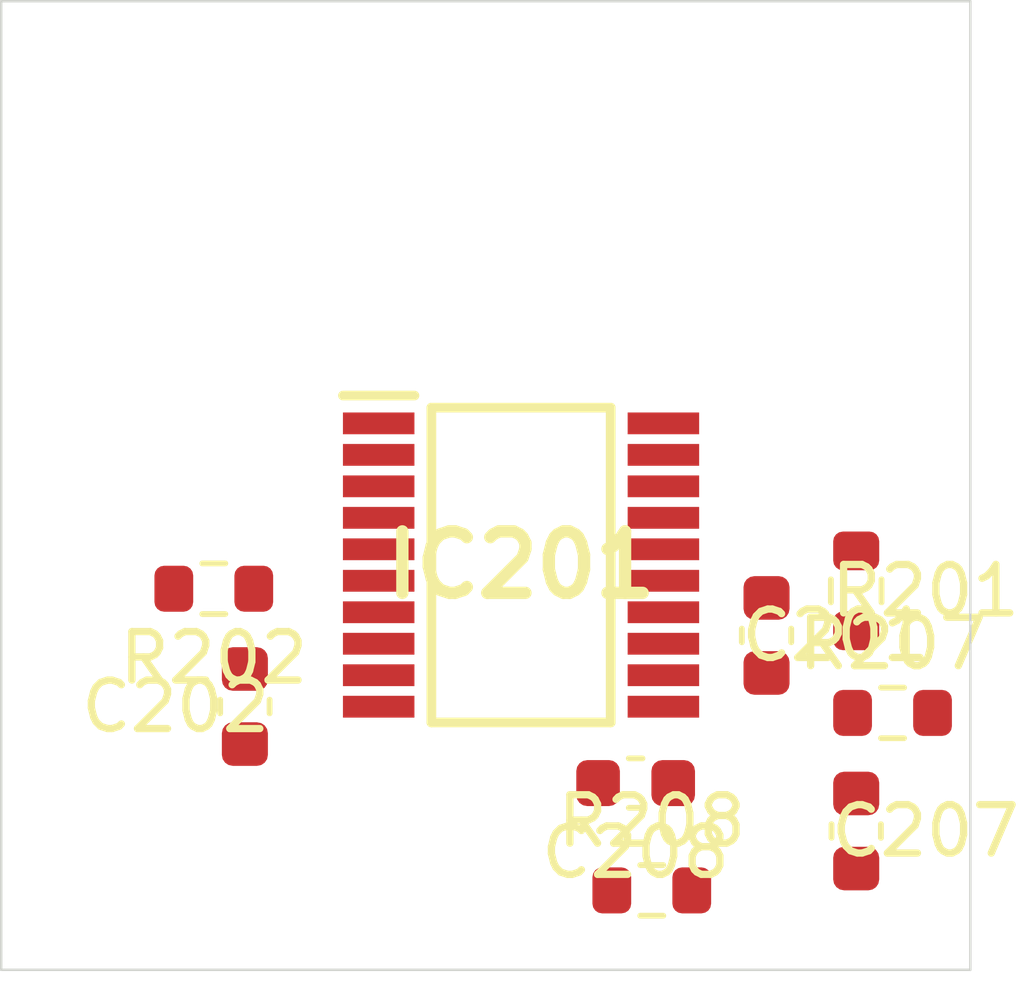
<source format=kicad_pcb>
 ( kicad_pcb  ( version 20171130 )
 ( host pcbnew 5.1.12-84ad8e8a86~92~ubuntu18.04.1 )
 ( general  ( thickness 1.6 )
 ( drawings 4 )
 ( tracks 0 )
 ( zones 0 )
 ( modules 9 )
 ( nets 19 )
)
 ( page A4 )
 ( layers  ( 0 F.Cu signal )
 ( 31 B.Cu signal )
 ( 32 B.Adhes user )
 ( 33 F.Adhes user )
 ( 34 B.Paste user )
 ( 35 F.Paste user )
 ( 36 B.SilkS user )
 ( 37 F.SilkS user )
 ( 38 B.Mask user )
 ( 39 F.Mask user )
 ( 40 Dwgs.User user )
 ( 41 Cmts.User user )
 ( 42 Eco1.User user )
 ( 43 Eco2.User user )
 ( 44 Edge.Cuts user )
 ( 45 Margin user )
 ( 46 B.CrtYd user )
 ( 47 F.CrtYd user )
 ( 48 B.Fab user )
 ( 49 F.Fab user )
)
 ( setup  ( last_trace_width 0.25 )
 ( trace_clearance 0.2 )
 ( zone_clearance 0.508 )
 ( zone_45_only no )
 ( trace_min 0.2 )
 ( via_size 0.8 )
 ( via_drill 0.4 )
 ( via_min_size 0.4 )
 ( via_min_drill 0.3 )
 ( uvia_size 0.3 )
 ( uvia_drill 0.1 )
 ( uvias_allowed no )
 ( uvia_min_size 0.2 )
 ( uvia_min_drill 0.1 )
 ( edge_width 0.05 )
 ( segment_width 0.2 )
 ( pcb_text_width 0.3 )
 ( pcb_text_size 1.5 1.5 )
 ( mod_edge_width 0.12 )
 ( mod_text_size 1 1 )
 ( mod_text_width 0.15 )
 ( pad_size 1.524 1.524 )
 ( pad_drill 0.762 )
 ( pad_to_mask_clearance 0 )
 ( aux_axis_origin 0 0 )
 ( visible_elements FFFFFF7F )
 ( pcbplotparams  ( layerselection 0x010fc_ffffffff )
 ( usegerberextensions false )
 ( usegerberattributes true )
 ( usegerberadvancedattributes true )
 ( creategerberjobfile true )
 ( excludeedgelayer true )
 ( linewidth 0.100000 )
 ( plotframeref false )
 ( viasonmask false )
 ( mode 1 )
 ( useauxorigin false )
 ( hpglpennumber 1 )
 ( hpglpenspeed 20 )
 ( hpglpendiameter 15.000000 )
 ( psnegative false )
 ( psa4output false )
 ( plotreference true )
 ( plotvalue true )
 ( plotinvisibletext false )
 ( padsonsilk false )
 ( subtractmaskfromsilk false )
 ( outputformat 1 )
 ( mirror false )
 ( drillshape 1 )
 ( scaleselection 1 )
 ( outputdirectory "" )
)
)
 ( net 0 "" )
 ( net 1 GND )
 ( net 2 /Sheet6235D886/ch0 )
 ( net 3 /Sheet6235D886/ch1 )
 ( net 4 /Sheet6235D886/ch2 )
 ( net 5 /Sheet6235D886/ch3 )
 ( net 6 /Sheet6235D886/ch4 )
 ( net 7 /Sheet6235D886/ch5 )
 ( net 8 /Sheet6235D886/ch6 )
 ( net 9 /Sheet6235D886/ch7 )
 ( net 10 VDD )
 ( net 11 VDDA )
 ( net 12 /Sheet6235D886/adc_csn )
 ( net 13 /Sheet6235D886/adc_sck )
 ( net 14 /Sheet6235D886/adc_sdi )
 ( net 15 /Sheet6235D886/adc_sdo )
 ( net 16 /Sheet6235D886/vp )
 ( net 17 /Sheet6248AD22/chn0 )
 ( net 18 /Sheet6248AD22/chn3 )
 ( net_class Default "This is the default net class."  ( clearance 0.2 )
 ( trace_width 0.25 )
 ( via_dia 0.8 )
 ( via_drill 0.4 )
 ( uvia_dia 0.3 )
 ( uvia_drill 0.1 )
 ( add_net /Sheet6235D886/adc_csn )
 ( add_net /Sheet6235D886/adc_sck )
 ( add_net /Sheet6235D886/adc_sdi )
 ( add_net /Sheet6235D886/adc_sdo )
 ( add_net /Sheet6235D886/ch0 )
 ( add_net /Sheet6235D886/ch1 )
 ( add_net /Sheet6235D886/ch2 )
 ( add_net /Sheet6235D886/ch3 )
 ( add_net /Sheet6235D886/ch4 )
 ( add_net /Sheet6235D886/ch5 )
 ( add_net /Sheet6235D886/ch6 )
 ( add_net /Sheet6235D886/ch7 )
 ( add_net /Sheet6235D886/vp )
 ( add_net /Sheet6248AD22/chn0 )
 ( add_net /Sheet6248AD22/chn3 )
 ( add_net GND )
 ( add_net VDD )
 ( add_net VDDA )
)
 ( module Capacitor_SMD:C_0603_1608Metric  ( layer F.Cu )
 ( tedit 5F68FEEE )
 ( tstamp 6234222D )
 ( at 95.794273 113.095546 270.000000 )
 ( descr "Capacitor SMD 0603 (1608 Metric), square (rectangular) end terminal, IPC_7351 nominal, (Body size source: IPC-SM-782 page 76, https://www.pcb-3d.com/wordpress/wp-content/uploads/ipc-sm-782a_amendment_1_and_2.pdf), generated with kicad-footprint-generator" )
 ( tags capacitor )
 ( path /6235D887/623691C5 )
 ( attr smd )
 ( fp_text reference C201  ( at 0 -1.43 )
 ( layer F.SilkS )
 ( effects  ( font  ( size 1 1 )
 ( thickness 0.15 )
)
)
)
 ( fp_text value 0.1uF  ( at 0 1.43 )
 ( layer F.Fab )
 ( effects  ( font  ( size 1 1 )
 ( thickness 0.15 )
)
)
)
 ( fp_line  ( start -0.8 0.4 )
 ( end -0.8 -0.4 )
 ( layer F.Fab )
 ( width 0.1 )
)
 ( fp_line  ( start -0.8 -0.4 )
 ( end 0.8 -0.4 )
 ( layer F.Fab )
 ( width 0.1 )
)
 ( fp_line  ( start 0.8 -0.4 )
 ( end 0.8 0.4 )
 ( layer F.Fab )
 ( width 0.1 )
)
 ( fp_line  ( start 0.8 0.4 )
 ( end -0.8 0.4 )
 ( layer F.Fab )
 ( width 0.1 )
)
 ( fp_line  ( start -0.14058 -0.51 )
 ( end 0.14058 -0.51 )
 ( layer F.SilkS )
 ( width 0.12 )
)
 ( fp_line  ( start -0.14058 0.51 )
 ( end 0.14058 0.51 )
 ( layer F.SilkS )
 ( width 0.12 )
)
 ( fp_line  ( start -1.48 0.73 )
 ( end -1.48 -0.73 )
 ( layer F.CrtYd )
 ( width 0.05 )
)
 ( fp_line  ( start -1.48 -0.73 )
 ( end 1.48 -0.73 )
 ( layer F.CrtYd )
 ( width 0.05 )
)
 ( fp_line  ( start 1.48 -0.73 )
 ( end 1.48 0.73 )
 ( layer F.CrtYd )
 ( width 0.05 )
)
 ( fp_line  ( start 1.48 0.73 )
 ( end -1.48 0.73 )
 ( layer F.CrtYd )
 ( width 0.05 )
)
 ( fp_text user %R  ( at 0 0 )
 ( layer F.Fab )
 ( effects  ( font  ( size 0.4 0.4 )
 ( thickness 0.06 )
)
)
)
 ( pad 2 smd roundrect  ( at 0.775 0 270.000000 )
 ( size 0.9 0.95 )
 ( layers F.Cu F.Mask F.Paste )
 ( roundrect_rratio 0.25 )
 ( net 1 GND )
)
 ( pad 1 smd roundrect  ( at -0.775 0 270.000000 )
 ( size 0.9 0.95 )
 ( layers F.Cu F.Mask F.Paste )
 ( roundrect_rratio 0.25 )
 ( net 2 /Sheet6235D886/ch0 )
)
 ( model ${KISYS3DMOD}/Capacitor_SMD.3dshapes/C_0603_1608Metric.wrl  ( at  ( xyz 0 0 0 )
)
 ( scale  ( xyz 1 1 1 )
)
 ( rotate  ( xyz 0 0 0 )
)
)
)
 ( module Capacitor_SMD:C_0603_1608Metric  ( layer F.Cu )
 ( tedit 5F68FEEE )
 ( tstamp 6234223E )
 ( at 85.028848 114.563452 90.000000 )
 ( descr "Capacitor SMD 0603 (1608 Metric), square (rectangular) end terminal, IPC_7351 nominal, (Body size source: IPC-SM-782 page 76, https://www.pcb-3d.com/wordpress/wp-content/uploads/ipc-sm-782a_amendment_1_and_2.pdf), generated with kicad-footprint-generator" )
 ( tags capacitor )
 ( path /6235D887/62369EE0 )
 ( attr smd )
 ( fp_text reference C202  ( at 0 -1.43 )
 ( layer F.SilkS )
 ( effects  ( font  ( size 1 1 )
 ( thickness 0.15 )
)
)
)
 ( fp_text value 0.1uF  ( at 0 1.43 )
 ( layer F.Fab )
 ( effects  ( font  ( size 1 1 )
 ( thickness 0.15 )
)
)
)
 ( fp_line  ( start 1.48 0.73 )
 ( end -1.48 0.73 )
 ( layer F.CrtYd )
 ( width 0.05 )
)
 ( fp_line  ( start 1.48 -0.73 )
 ( end 1.48 0.73 )
 ( layer F.CrtYd )
 ( width 0.05 )
)
 ( fp_line  ( start -1.48 -0.73 )
 ( end 1.48 -0.73 )
 ( layer F.CrtYd )
 ( width 0.05 )
)
 ( fp_line  ( start -1.48 0.73 )
 ( end -1.48 -0.73 )
 ( layer F.CrtYd )
 ( width 0.05 )
)
 ( fp_line  ( start -0.14058 0.51 )
 ( end 0.14058 0.51 )
 ( layer F.SilkS )
 ( width 0.12 )
)
 ( fp_line  ( start -0.14058 -0.51 )
 ( end 0.14058 -0.51 )
 ( layer F.SilkS )
 ( width 0.12 )
)
 ( fp_line  ( start 0.8 0.4 )
 ( end -0.8 0.4 )
 ( layer F.Fab )
 ( width 0.1 )
)
 ( fp_line  ( start 0.8 -0.4 )
 ( end 0.8 0.4 )
 ( layer F.Fab )
 ( width 0.1 )
)
 ( fp_line  ( start -0.8 -0.4 )
 ( end 0.8 -0.4 )
 ( layer F.Fab )
 ( width 0.1 )
)
 ( fp_line  ( start -0.8 0.4 )
 ( end -0.8 -0.4 )
 ( layer F.Fab )
 ( width 0.1 )
)
 ( fp_text user %R  ( at 0 0 )
 ( layer F.Fab )
 ( effects  ( font  ( size 0.4 0.4 )
 ( thickness 0.06 )
)
)
)
 ( pad 1 smd roundrect  ( at -0.775 0 90.000000 )
 ( size 0.9 0.95 )
 ( layers F.Cu F.Mask F.Paste )
 ( roundrect_rratio 0.25 )
 ( net 1 GND )
)
 ( pad 2 smd roundrect  ( at 0.775 0 90.000000 )
 ( size 0.9 0.95 )
 ( layers F.Cu F.Mask F.Paste )
 ( roundrect_rratio 0.25 )
 ( net 3 /Sheet6235D886/ch1 )
)
 ( model ${KISYS3DMOD}/Capacitor_SMD.3dshapes/C_0603_1608Metric.wrl  ( at  ( xyz 0 0 0 )
)
 ( scale  ( xyz 1 1 1 )
)
 ( rotate  ( xyz 0 0 0 )
)
)
)
 ( module Capacitor_SMD:C_0603_1608Metric  ( layer F.Cu )
 ( tedit 5F68FEEE )
 ( tstamp 62342293 )
 ( at 97.645000 117.133815 270.000000 )
 ( descr "Capacitor SMD 0603 (1608 Metric), square (rectangular) end terminal, IPC_7351 nominal, (Body size source: IPC-SM-782 page 76, https://www.pcb-3d.com/wordpress/wp-content/uploads/ipc-sm-782a_amendment_1_and_2.pdf), generated with kicad-footprint-generator" )
 ( tags capacitor )
 ( path /6235D887/6238B3FE )
 ( attr smd )
 ( fp_text reference C207  ( at 0 -1.43 )
 ( layer F.SilkS )
 ( effects  ( font  ( size 1 1 )
 ( thickness 0.15 )
)
)
)
 ( fp_text value 0.1uF  ( at 0 1.43 )
 ( layer F.Fab )
 ( effects  ( font  ( size 1 1 )
 ( thickness 0.15 )
)
)
)
 ( fp_line  ( start -0.8 0.4 )
 ( end -0.8 -0.4 )
 ( layer F.Fab )
 ( width 0.1 )
)
 ( fp_line  ( start -0.8 -0.4 )
 ( end 0.8 -0.4 )
 ( layer F.Fab )
 ( width 0.1 )
)
 ( fp_line  ( start 0.8 -0.4 )
 ( end 0.8 0.4 )
 ( layer F.Fab )
 ( width 0.1 )
)
 ( fp_line  ( start 0.8 0.4 )
 ( end -0.8 0.4 )
 ( layer F.Fab )
 ( width 0.1 )
)
 ( fp_line  ( start -0.14058 -0.51 )
 ( end 0.14058 -0.51 )
 ( layer F.SilkS )
 ( width 0.12 )
)
 ( fp_line  ( start -0.14058 0.51 )
 ( end 0.14058 0.51 )
 ( layer F.SilkS )
 ( width 0.12 )
)
 ( fp_line  ( start -1.48 0.73 )
 ( end -1.48 -0.73 )
 ( layer F.CrtYd )
 ( width 0.05 )
)
 ( fp_line  ( start -1.48 -0.73 )
 ( end 1.48 -0.73 )
 ( layer F.CrtYd )
 ( width 0.05 )
)
 ( fp_line  ( start 1.48 -0.73 )
 ( end 1.48 0.73 )
 ( layer F.CrtYd )
 ( width 0.05 )
)
 ( fp_line  ( start 1.48 0.73 )
 ( end -1.48 0.73 )
 ( layer F.CrtYd )
 ( width 0.05 )
)
 ( fp_text user %R  ( at 0 0 )
 ( layer F.Fab )
 ( effects  ( font  ( size 0.4 0.4 )
 ( thickness 0.06 )
)
)
)
 ( pad 2 smd roundrect  ( at 0.775 0 270.000000 )
 ( size 0.9 0.95 )
 ( layers F.Cu F.Mask F.Paste )
 ( roundrect_rratio 0.25 )
 ( net 1 GND )
)
 ( pad 1 smd roundrect  ( at -0.775 0 270.000000 )
 ( size 0.9 0.95 )
 ( layers F.Cu F.Mask F.Paste )
 ( roundrect_rratio 0.25 )
 ( net 8 /Sheet6235D886/ch6 )
)
 ( model ${KISYS3DMOD}/Capacitor_SMD.3dshapes/C_0603_1608Metric.wrl  ( at  ( xyz 0 0 0 )
)
 ( scale  ( xyz 1 1 1 )
)
 ( rotate  ( xyz 0 0 0 )
)
)
)
 ( module Capacitor_SMD:C_0603_1608Metric  ( layer F.Cu )
 ( tedit 5F68FEEE )
 ( tstamp 623422A4 )
 ( at 93.093188 116.144098 180.000000 )
 ( descr "Capacitor SMD 0603 (1608 Metric), square (rectangular) end terminal, IPC_7351 nominal, (Body size source: IPC-SM-782 page 76, https://www.pcb-3d.com/wordpress/wp-content/uploads/ipc-sm-782a_amendment_1_and_2.pdf), generated with kicad-footprint-generator" )
 ( tags capacitor )
 ( path /6235D887/6238B404 )
 ( attr smd )
 ( fp_text reference C208  ( at 0 -1.43 )
 ( layer F.SilkS )
 ( effects  ( font  ( size 1 1 )
 ( thickness 0.15 )
)
)
)
 ( fp_text value 0.1uF  ( at 0 1.43 )
 ( layer F.Fab )
 ( effects  ( font  ( size 1 1 )
 ( thickness 0.15 )
)
)
)
 ( fp_line  ( start 1.48 0.73 )
 ( end -1.48 0.73 )
 ( layer F.CrtYd )
 ( width 0.05 )
)
 ( fp_line  ( start 1.48 -0.73 )
 ( end 1.48 0.73 )
 ( layer F.CrtYd )
 ( width 0.05 )
)
 ( fp_line  ( start -1.48 -0.73 )
 ( end 1.48 -0.73 )
 ( layer F.CrtYd )
 ( width 0.05 )
)
 ( fp_line  ( start -1.48 0.73 )
 ( end -1.48 -0.73 )
 ( layer F.CrtYd )
 ( width 0.05 )
)
 ( fp_line  ( start -0.14058 0.51 )
 ( end 0.14058 0.51 )
 ( layer F.SilkS )
 ( width 0.12 )
)
 ( fp_line  ( start -0.14058 -0.51 )
 ( end 0.14058 -0.51 )
 ( layer F.SilkS )
 ( width 0.12 )
)
 ( fp_line  ( start 0.8 0.4 )
 ( end -0.8 0.4 )
 ( layer F.Fab )
 ( width 0.1 )
)
 ( fp_line  ( start 0.8 -0.4 )
 ( end 0.8 0.4 )
 ( layer F.Fab )
 ( width 0.1 )
)
 ( fp_line  ( start -0.8 -0.4 )
 ( end 0.8 -0.4 )
 ( layer F.Fab )
 ( width 0.1 )
)
 ( fp_line  ( start -0.8 0.4 )
 ( end -0.8 -0.4 )
 ( layer F.Fab )
 ( width 0.1 )
)
 ( fp_text user %R  ( at 0 0 )
 ( layer F.Fab )
 ( effects  ( font  ( size 0.4 0.4 )
 ( thickness 0.06 )
)
)
)
 ( pad 1 smd roundrect  ( at -0.775 0 180.000000 )
 ( size 0.9 0.95 )
 ( layers F.Cu F.Mask F.Paste )
 ( roundrect_rratio 0.25 )
 ( net 1 GND )
)
 ( pad 2 smd roundrect  ( at 0.775 0 180.000000 )
 ( size 0.9 0.95 )
 ( layers F.Cu F.Mask F.Paste )
 ( roundrect_rratio 0.25 )
 ( net 9 /Sheet6235D886/ch7 )
)
 ( model ${KISYS3DMOD}/Capacitor_SMD.3dshapes/C_0603_1608Metric.wrl  ( at  ( xyz 0 0 0 )
)
 ( scale  ( xyz 1 1 1 )
)
 ( rotate  ( xyz 0 0 0 )
)
)
)
 ( module MCP3564R-E_ST:SOP65P640X120-20N locked  ( layer F.Cu )
 ( tedit 623351C2 )
 ( tstamp 623423D6 )
 ( at 90.728000 111.642000 )
 ( descr "20-Lead Plastic Thin Shrink Small Outline (ST) - 4.4mm body [TSSOP]" )
 ( tags "Integrated Circuit" )
 ( path /6235D887/6235E071 )
 ( attr smd )
 ( fp_text reference IC201  ( at 0 0 )
 ( layer F.SilkS )
 ( effects  ( font  ( size 1.27 1.27 )
 ( thickness 0.254 )
)
)
)
 ( fp_text value MCP3564R-E_ST  ( at 0 0 )
 ( layer F.SilkS )
hide  ( effects  ( font  ( size 1.27 1.27 )
 ( thickness 0.254 )
)
)
)
 ( fp_line  ( start -3.925 -3.55 )
 ( end 3.925 -3.55 )
 ( layer Dwgs.User )
 ( width 0.05 )
)
 ( fp_line  ( start 3.925 -3.55 )
 ( end 3.925 3.55 )
 ( layer Dwgs.User )
 ( width 0.05 )
)
 ( fp_line  ( start 3.925 3.55 )
 ( end -3.925 3.55 )
 ( layer Dwgs.User )
 ( width 0.05 )
)
 ( fp_line  ( start -3.925 3.55 )
 ( end -3.925 -3.55 )
 ( layer Dwgs.User )
 ( width 0.05 )
)
 ( fp_line  ( start -2.2 -3.25 )
 ( end 2.2 -3.25 )
 ( layer Dwgs.User )
 ( width 0.1 )
)
 ( fp_line  ( start 2.2 -3.25 )
 ( end 2.2 3.25 )
 ( layer Dwgs.User )
 ( width 0.1 )
)
 ( fp_line  ( start 2.2 3.25 )
 ( end -2.2 3.25 )
 ( layer Dwgs.User )
 ( width 0.1 )
)
 ( fp_line  ( start -2.2 3.25 )
 ( end -2.2 -3.25 )
 ( layer Dwgs.User )
 ( width 0.1 )
)
 ( fp_line  ( start -2.2 -2.6 )
 ( end -1.55 -3.25 )
 ( layer Dwgs.User )
 ( width 0.1 )
)
 ( fp_line  ( start -1.85 -3.25 )
 ( end 1.85 -3.25 )
 ( layer F.SilkS )
 ( width 0.2 )
)
 ( fp_line  ( start 1.85 -3.25 )
 ( end 1.85 3.25 )
 ( layer F.SilkS )
 ( width 0.2 )
)
 ( fp_line  ( start 1.85 3.25 )
 ( end -1.85 3.25 )
 ( layer F.SilkS )
 ( width 0.2 )
)
 ( fp_line  ( start -1.85 3.25 )
 ( end -1.85 -3.25 )
 ( layer F.SilkS )
 ( width 0.2 )
)
 ( fp_line  ( start -3.675 -3.5 )
 ( end -2.2 -3.5 )
 ( layer F.SilkS )
 ( width 0.2 )
)
 ( pad 1 smd rect  ( at -2.938 -2.925 90.000000 )
 ( size 0.45 1.475 )
 ( layers F.Cu F.Mask F.Paste )
 ( net 11 VDDA )
)
 ( pad 2 smd rect  ( at -2.938 -2.275 90.000000 )
 ( size 0.45 1.475 )
 ( layers F.Cu F.Mask F.Paste )
 ( net 1 GND )
)
 ( pad 3 smd rect  ( at -2.938 -1.625 90.000000 )
 ( size 0.45 1.475 )
 ( layers F.Cu F.Mask F.Paste )
 ( net 1 GND )
)
 ( pad 4 smd rect  ( at -2.938 -0.975 90.000000 )
 ( size 0.45 1.475 )
 ( layers F.Cu F.Mask F.Paste )
)
 ( pad 5 smd rect  ( at -2.938 -0.325 90.000000 )
 ( size 0.45 1.475 )
 ( layers F.Cu F.Mask F.Paste )
 ( net 2 /Sheet6235D886/ch0 )
)
 ( pad 6 smd rect  ( at -2.938 0.325 90.000000 )
 ( size 0.45 1.475 )
 ( layers F.Cu F.Mask F.Paste )
 ( net 3 /Sheet6235D886/ch1 )
)
 ( pad 7 smd rect  ( at -2.938 0.975 90.000000 )
 ( size 0.45 1.475 )
 ( layers F.Cu F.Mask F.Paste )
 ( net 4 /Sheet6235D886/ch2 )
)
 ( pad 8 smd rect  ( at -2.938 1.625 90.000000 )
 ( size 0.45 1.475 )
 ( layers F.Cu F.Mask F.Paste )
 ( net 5 /Sheet6235D886/ch3 )
)
 ( pad 9 smd rect  ( at -2.938 2.275 90.000000 )
 ( size 0.45 1.475 )
 ( layers F.Cu F.Mask F.Paste )
 ( net 6 /Sheet6235D886/ch4 )
)
 ( pad 10 smd rect  ( at -2.938 2.925 90.000000 )
 ( size 0.45 1.475 )
 ( layers F.Cu F.Mask F.Paste )
 ( net 7 /Sheet6235D886/ch5 )
)
 ( pad 11 smd rect  ( at 2.938 2.925 90.000000 )
 ( size 0.45 1.475 )
 ( layers F.Cu F.Mask F.Paste )
 ( net 8 /Sheet6235D886/ch6 )
)
 ( pad 12 smd rect  ( at 2.938 2.275 90.000000 )
 ( size 0.45 1.475 )
 ( layers F.Cu F.Mask F.Paste )
 ( net 9 /Sheet6235D886/ch7 )
)
 ( pad 13 smd rect  ( at 2.938 1.625 90.000000 )
 ( size 0.45 1.475 )
 ( layers F.Cu F.Mask F.Paste )
 ( net 12 /Sheet6235D886/adc_csn )
)
 ( pad 14 smd rect  ( at 2.938 0.975 90.000000 )
 ( size 0.45 1.475 )
 ( layers F.Cu F.Mask F.Paste )
 ( net 13 /Sheet6235D886/adc_sck )
)
 ( pad 15 smd rect  ( at 2.938 0.325 90.000000 )
 ( size 0.45 1.475 )
 ( layers F.Cu F.Mask F.Paste )
 ( net 14 /Sheet6235D886/adc_sdi )
)
 ( pad 16 smd rect  ( at 2.938 -0.325 90.000000 )
 ( size 0.45 1.475 )
 ( layers F.Cu F.Mask F.Paste )
 ( net 15 /Sheet6235D886/adc_sdo )
)
 ( pad 17 smd rect  ( at 2.938 -0.975 90.000000 )
 ( size 0.45 1.475 )
 ( layers F.Cu F.Mask F.Paste )
)
 ( pad 18 smd rect  ( at 2.938 -1.625 90.000000 )
 ( size 0.45 1.475 )
 ( layers F.Cu F.Mask F.Paste )
)
 ( pad 19 smd rect  ( at 2.938 -2.275 90.000000 )
 ( size 0.45 1.475 )
 ( layers F.Cu F.Mask F.Paste )
 ( net 1 GND )
)
 ( pad 20 smd rect  ( at 2.938 -2.925 90.000000 )
 ( size 0.45 1.475 )
 ( layers F.Cu F.Mask F.Paste )
 ( net 10 VDD )
)
)
 ( module Resistor_SMD:R_0603_1608Metric  ( layer F.Cu )
 ( tedit 5F68FEEE )
 ( tstamp 6234250D )
 ( at 97.645000 112.175076 270.000000 )
 ( descr "Resistor SMD 0603 (1608 Metric), square (rectangular) end terminal, IPC_7351 nominal, (Body size source: IPC-SM-782 page 72, https://www.pcb-3d.com/wordpress/wp-content/uploads/ipc-sm-782a_amendment_1_and_2.pdf), generated with kicad-footprint-generator" )
 ( tags resistor )
 ( path /6235D887/623641B7 )
 ( attr smd )
 ( fp_text reference R201  ( at 0 -1.43 )
 ( layer F.SilkS )
 ( effects  ( font  ( size 1 1 )
 ( thickness 0.15 )
)
)
)
 ( fp_text value 1k  ( at 0 1.43 )
 ( layer F.Fab )
 ( effects  ( font  ( size 1 1 )
 ( thickness 0.15 )
)
)
)
 ( fp_line  ( start -0.8 0.4125 )
 ( end -0.8 -0.4125 )
 ( layer F.Fab )
 ( width 0.1 )
)
 ( fp_line  ( start -0.8 -0.4125 )
 ( end 0.8 -0.4125 )
 ( layer F.Fab )
 ( width 0.1 )
)
 ( fp_line  ( start 0.8 -0.4125 )
 ( end 0.8 0.4125 )
 ( layer F.Fab )
 ( width 0.1 )
)
 ( fp_line  ( start 0.8 0.4125 )
 ( end -0.8 0.4125 )
 ( layer F.Fab )
 ( width 0.1 )
)
 ( fp_line  ( start -0.237258 -0.5225 )
 ( end 0.237258 -0.5225 )
 ( layer F.SilkS )
 ( width 0.12 )
)
 ( fp_line  ( start -0.237258 0.5225 )
 ( end 0.237258 0.5225 )
 ( layer F.SilkS )
 ( width 0.12 )
)
 ( fp_line  ( start -1.48 0.73 )
 ( end -1.48 -0.73 )
 ( layer F.CrtYd )
 ( width 0.05 )
)
 ( fp_line  ( start -1.48 -0.73 )
 ( end 1.48 -0.73 )
 ( layer F.CrtYd )
 ( width 0.05 )
)
 ( fp_line  ( start 1.48 -0.73 )
 ( end 1.48 0.73 )
 ( layer F.CrtYd )
 ( width 0.05 )
)
 ( fp_line  ( start 1.48 0.73 )
 ( end -1.48 0.73 )
 ( layer F.CrtYd )
 ( width 0.05 )
)
 ( fp_text user %R  ( at 0 0 )
 ( layer F.Fab )
 ( effects  ( font  ( size 0.4 0.4 )
 ( thickness 0.06 )
)
)
)
 ( pad 2 smd roundrect  ( at 0.825 0 270.000000 )
 ( size 0.8 0.95 )
 ( layers F.Cu F.Mask F.Paste )
 ( roundrect_rratio 0.25 )
 ( net 16 /Sheet6235D886/vp )
)
 ( pad 1 smd roundrect  ( at -0.825 0 270.000000 )
 ( size 0.8 0.95 )
 ( layers F.Cu F.Mask F.Paste )
 ( roundrect_rratio 0.25 )
 ( net 2 /Sheet6235D886/ch0 )
)
 ( model ${KISYS3DMOD}/Resistor_SMD.3dshapes/R_0603_1608Metric.wrl  ( at  ( xyz 0 0 0 )
)
 ( scale  ( xyz 1 1 1 )
)
 ( rotate  ( xyz 0 0 0 )
)
)
)
 ( module Resistor_SMD:R_0603_1608Metric  ( layer F.Cu )
 ( tedit 5F68FEEE )
 ( tstamp 6234251E )
 ( at 84.387245 112.130973 180.000000 )
 ( descr "Resistor SMD 0603 (1608 Metric), square (rectangular) end terminal, IPC_7351 nominal, (Body size source: IPC-SM-782 page 72, https://www.pcb-3d.com/wordpress/wp-content/uploads/ipc-sm-782a_amendment_1_and_2.pdf), generated with kicad-footprint-generator" )
 ( tags resistor )
 ( path /6235D887/6236A646 )
 ( attr smd )
 ( fp_text reference R202  ( at 0 -1.43 )
 ( layer F.SilkS )
 ( effects  ( font  ( size 1 1 )
 ( thickness 0.15 )
)
)
)
 ( fp_text value 1k  ( at 0 1.43 )
 ( layer F.Fab )
 ( effects  ( font  ( size 1 1 )
 ( thickness 0.15 )
)
)
)
 ( fp_line  ( start 1.48 0.73 )
 ( end -1.48 0.73 )
 ( layer F.CrtYd )
 ( width 0.05 )
)
 ( fp_line  ( start 1.48 -0.73 )
 ( end 1.48 0.73 )
 ( layer F.CrtYd )
 ( width 0.05 )
)
 ( fp_line  ( start -1.48 -0.73 )
 ( end 1.48 -0.73 )
 ( layer F.CrtYd )
 ( width 0.05 )
)
 ( fp_line  ( start -1.48 0.73 )
 ( end -1.48 -0.73 )
 ( layer F.CrtYd )
 ( width 0.05 )
)
 ( fp_line  ( start -0.237258 0.5225 )
 ( end 0.237258 0.5225 )
 ( layer F.SilkS )
 ( width 0.12 )
)
 ( fp_line  ( start -0.237258 -0.5225 )
 ( end 0.237258 -0.5225 )
 ( layer F.SilkS )
 ( width 0.12 )
)
 ( fp_line  ( start 0.8 0.4125 )
 ( end -0.8 0.4125 )
 ( layer F.Fab )
 ( width 0.1 )
)
 ( fp_line  ( start 0.8 -0.4125 )
 ( end 0.8 0.4125 )
 ( layer F.Fab )
 ( width 0.1 )
)
 ( fp_line  ( start -0.8 -0.4125 )
 ( end 0.8 -0.4125 )
 ( layer F.Fab )
 ( width 0.1 )
)
 ( fp_line  ( start -0.8 0.4125 )
 ( end -0.8 -0.4125 )
 ( layer F.Fab )
 ( width 0.1 )
)
 ( fp_text user %R  ( at 0 0 )
 ( layer F.Fab )
 ( effects  ( font  ( size 0.4 0.4 )
 ( thickness 0.06 )
)
)
)
 ( pad 1 smd roundrect  ( at -0.825 0 180.000000 )
 ( size 0.8 0.95 )
 ( layers F.Cu F.Mask F.Paste )
 ( roundrect_rratio 0.25 )
 ( net 3 /Sheet6235D886/ch1 )
)
 ( pad 2 smd roundrect  ( at 0.825 0 180.000000 )
 ( size 0.8 0.95 )
 ( layers F.Cu F.Mask F.Paste )
 ( roundrect_rratio 0.25 )
 ( net 17 /Sheet6248AD22/chn0 )
)
 ( model ${KISYS3DMOD}/Resistor_SMD.3dshapes/R_0603_1608Metric.wrl  ( at  ( xyz 0 0 0 )
)
 ( scale  ( xyz 1 1 1 )
)
 ( rotate  ( xyz 0 0 0 )
)
)
)
 ( module Resistor_SMD:R_0603_1608Metric  ( layer F.Cu )
 ( tedit 5F68FEEE )
 ( tstamp 62342573 )
 ( at 98.395000 114.695159 )
 ( descr "Resistor SMD 0603 (1608 Metric), square (rectangular) end terminal, IPC_7351 nominal, (Body size source: IPC-SM-782 page 72, https://www.pcb-3d.com/wordpress/wp-content/uploads/ipc-sm-782a_amendment_1_and_2.pdf), generated with kicad-footprint-generator" )
 ( tags resistor )
 ( path /6235D887/6238B3F8 )
 ( attr smd )
 ( fp_text reference R207  ( at 0 -1.43 )
 ( layer F.SilkS )
 ( effects  ( font  ( size 1 1 )
 ( thickness 0.15 )
)
)
)
 ( fp_text value 1k  ( at 0 1.43 )
 ( layer F.Fab )
 ( effects  ( font  ( size 1 1 )
 ( thickness 0.15 )
)
)
)
 ( fp_line  ( start -0.8 0.4125 )
 ( end -0.8 -0.4125 )
 ( layer F.Fab )
 ( width 0.1 )
)
 ( fp_line  ( start -0.8 -0.4125 )
 ( end 0.8 -0.4125 )
 ( layer F.Fab )
 ( width 0.1 )
)
 ( fp_line  ( start 0.8 -0.4125 )
 ( end 0.8 0.4125 )
 ( layer F.Fab )
 ( width 0.1 )
)
 ( fp_line  ( start 0.8 0.4125 )
 ( end -0.8 0.4125 )
 ( layer F.Fab )
 ( width 0.1 )
)
 ( fp_line  ( start -0.237258 -0.5225 )
 ( end 0.237258 -0.5225 )
 ( layer F.SilkS )
 ( width 0.12 )
)
 ( fp_line  ( start -0.237258 0.5225 )
 ( end 0.237258 0.5225 )
 ( layer F.SilkS )
 ( width 0.12 )
)
 ( fp_line  ( start -1.48 0.73 )
 ( end -1.48 -0.73 )
 ( layer F.CrtYd )
 ( width 0.05 )
)
 ( fp_line  ( start -1.48 -0.73 )
 ( end 1.48 -0.73 )
 ( layer F.CrtYd )
 ( width 0.05 )
)
 ( fp_line  ( start 1.48 -0.73 )
 ( end 1.48 0.73 )
 ( layer F.CrtYd )
 ( width 0.05 )
)
 ( fp_line  ( start 1.48 0.73 )
 ( end -1.48 0.73 )
 ( layer F.CrtYd )
 ( width 0.05 )
)
 ( fp_text user %R  ( at 0 0 )
 ( layer F.Fab )
 ( effects  ( font  ( size 0.4 0.4 )
 ( thickness 0.06 )
)
)
)
 ( pad 2 smd roundrect  ( at 0.825 0 )
 ( size 0.8 0.95 )
 ( layers F.Cu F.Mask F.Paste )
 ( roundrect_rratio 0.25 )
 ( net 16 /Sheet6235D886/vp )
)
 ( pad 1 smd roundrect  ( at -0.825 0 )
 ( size 0.8 0.95 )
 ( layers F.Cu F.Mask F.Paste )
 ( roundrect_rratio 0.25 )
 ( net 8 /Sheet6235D886/ch6 )
)
 ( model ${KISYS3DMOD}/Resistor_SMD.3dshapes/R_0603_1608Metric.wrl  ( at  ( xyz 0 0 0 )
)
 ( scale  ( xyz 1 1 1 )
)
 ( rotate  ( xyz 0 0 0 )
)
)
)
 ( module Resistor_SMD:R_0603_1608Metric  ( layer F.Cu )
 ( tedit 5F68FEEE )
 ( tstamp 62342584 )
 ( at 93.426146 118.359613 )
 ( descr "Resistor SMD 0603 (1608 Metric), square (rectangular) end terminal, IPC_7351 nominal, (Body size source: IPC-SM-782 page 72, https://www.pcb-3d.com/wordpress/wp-content/uploads/ipc-sm-782a_amendment_1_and_2.pdf), generated with kicad-footprint-generator" )
 ( tags resistor )
 ( path /6235D887/6238B40A )
 ( attr smd )
 ( fp_text reference R208  ( at 0 -1.43 )
 ( layer F.SilkS )
 ( effects  ( font  ( size 1 1 )
 ( thickness 0.15 )
)
)
)
 ( fp_text value 1k  ( at 0 1.43 )
 ( layer F.Fab )
 ( effects  ( font  ( size 1 1 )
 ( thickness 0.15 )
)
)
)
 ( fp_line  ( start 1.48 0.73 )
 ( end -1.48 0.73 )
 ( layer F.CrtYd )
 ( width 0.05 )
)
 ( fp_line  ( start 1.48 -0.73 )
 ( end 1.48 0.73 )
 ( layer F.CrtYd )
 ( width 0.05 )
)
 ( fp_line  ( start -1.48 -0.73 )
 ( end 1.48 -0.73 )
 ( layer F.CrtYd )
 ( width 0.05 )
)
 ( fp_line  ( start -1.48 0.73 )
 ( end -1.48 -0.73 )
 ( layer F.CrtYd )
 ( width 0.05 )
)
 ( fp_line  ( start -0.237258 0.5225 )
 ( end 0.237258 0.5225 )
 ( layer F.SilkS )
 ( width 0.12 )
)
 ( fp_line  ( start -0.237258 -0.5225 )
 ( end 0.237258 -0.5225 )
 ( layer F.SilkS )
 ( width 0.12 )
)
 ( fp_line  ( start 0.8 0.4125 )
 ( end -0.8 0.4125 )
 ( layer F.Fab )
 ( width 0.1 )
)
 ( fp_line  ( start 0.8 -0.4125 )
 ( end 0.8 0.4125 )
 ( layer F.Fab )
 ( width 0.1 )
)
 ( fp_line  ( start -0.8 -0.4125 )
 ( end 0.8 -0.4125 )
 ( layer F.Fab )
 ( width 0.1 )
)
 ( fp_line  ( start -0.8 0.4125 )
 ( end -0.8 -0.4125 )
 ( layer F.Fab )
 ( width 0.1 )
)
 ( fp_text user %R  ( at 0 0 )
 ( layer F.Fab )
 ( effects  ( font  ( size 0.4 0.4 )
 ( thickness 0.06 )
)
)
)
 ( pad 1 smd roundrect  ( at -0.825 0 )
 ( size 0.8 0.95 )
 ( layers F.Cu F.Mask F.Paste )
 ( roundrect_rratio 0.25 )
 ( net 9 /Sheet6235D886/ch7 )
)
 ( pad 2 smd roundrect  ( at 0.825 0 )
 ( size 0.8 0.95 )
 ( layers F.Cu F.Mask F.Paste )
 ( roundrect_rratio 0.25 )
 ( net 18 /Sheet6248AD22/chn3 )
)
 ( model ${KISYS3DMOD}/Resistor_SMD.3dshapes/R_0603_1608Metric.wrl  ( at  ( xyz 0 0 0 )
)
 ( scale  ( xyz 1 1 1 )
)
 ( rotate  ( xyz 0 0 0 )
)
)
)
 ( gr_line  ( start 100 100 )
 ( end 100 120 )
 ( layer Edge.Cuts )
 ( width 0.05 )
 ( tstamp 62E770C4 )
)
 ( gr_line  ( start 80 120 )
 ( end 100 120 )
 ( layer Edge.Cuts )
 ( width 0.05 )
 ( tstamp 62E770C0 )
)
 ( gr_line  ( start 80 100 )
 ( end 100 100 )
 ( layer Edge.Cuts )
 ( width 0.05 )
 ( tstamp 6234110C )
)
 ( gr_line  ( start 80 100 )
 ( end 80 120 )
 ( layer Edge.Cuts )
 ( width 0.05 )
)
)

</source>
